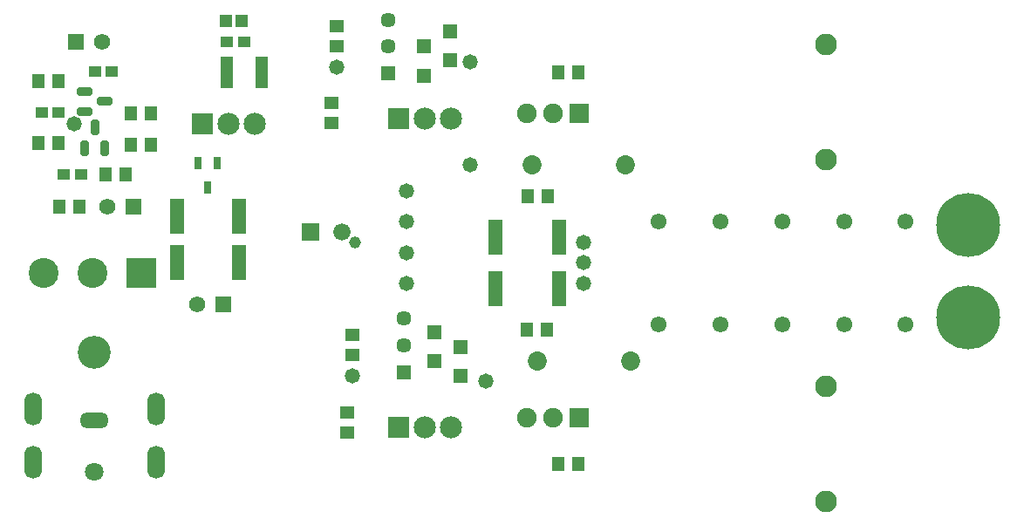
<source format=gbr>
%TF.GenerationSoftware,Altium Limited,Altium Designer,21.2.1 (34)*%
G04 Layer_Color=8388736*
%FSLAX26Y26*%
%MOIN*%
%TF.SameCoordinates,2E7F18B9-7671-40DC-A7DD-494BE6684AB2*%
%TF.FilePolarity,Negative*%
%TF.FileFunction,Soldermask,Top*%
%TF.Part,Single*%
G01*
G75*
%TA.AperFunction,SMDPad,CuDef*%
%ADD10R,0.049533X0.057564*%
%ADD12R,0.047500X0.041662*%
%ADD17R,0.053470X0.138039*%
%ADD19R,0.057564X0.049533*%
%TA.AperFunction,ComponentPad*%
%ADD31R,0.061811X0.061811*%
%ADD32C,0.061811*%
%ADD49R,0.084181X0.084181*%
%ADD50C,0.084181*%
%ADD51R,0.057213X0.057213*%
%ADD52C,0.057213*%
%ADD53C,0.244220*%
%ADD54C,0.061150*%
%ADD55C,0.114299*%
%ADD56R,0.114299X0.114299*%
%ADD57R,0.065843X0.065843*%
%ADD58C,0.065843*%
%ADD59C,0.046157*%
%ADD60R,0.074929X0.074929*%
%ADD61C,0.074929*%
%ADD62C,0.072961*%
%ADD63C,0.083000*%
%ADD64R,0.084378X0.084378*%
%ADD65C,0.084378*%
%ADD66C,0.070992*%
%ADD67O,0.067370X0.126740*%
%ADD68O,0.110992X0.059496*%
%ADD69C,0.126110*%
%TA.AperFunction,ViaPad*%
%ADD70C,0.058000*%
%TA.AperFunction,SMDPad,CuDef*%
G04:AMPARAMS|DCode=78|XSize=57.606mil|YSize=31.228mil|CornerRadius=6.904mil|HoleSize=0mil|Usage=FLASHONLY|Rotation=90.000|XOffset=0mil|YOffset=0mil|HoleType=Round|Shape=RoundedRectangle|*
%AMROUNDEDRECTD78*
21,1,0.057606,0.017421,0,0,90.0*
21,1,0.043799,0.031228,0,0,90.0*
1,1,0.013807,0.008711,0.021900*
1,1,0.013807,0.008711,-0.021900*
1,1,0.013807,-0.008711,-0.021900*
1,1,0.013807,-0.008711,0.021900*
%
%ADD78ROUNDEDRECTD78*%
G04:AMPARAMS|DCode=79|XSize=57.606mil|YSize=31.228mil|CornerRadius=6.904mil|HoleSize=0mil|Usage=FLASHONLY|Rotation=0.000|XOffset=0mil|YOffset=0mil|HoleType=Round|Shape=RoundedRectangle|*
%AMROUNDEDRECTD79*
21,1,0.057606,0.017421,0,0,0.0*
21,1,0.043799,0.031228,0,0,0.0*
1,1,0.013807,0.021900,-0.008711*
1,1,0.013807,-0.021900,-0.008711*
1,1,0.013807,-0.021900,0.008711*
1,1,0.013807,0.021900,0.008711*
%
%ADD79ROUNDEDRECTD79*%
%ADD80R,0.047764X0.118630*%
%ADD81R,0.049339X0.047370*%
%ADD82R,0.053276X0.136740*%
%ADD83R,0.055244X0.055244*%
%ADD84R,0.031622X0.045402*%
D10*
X413386Y1653543D02*
D03*
X490314D02*
D03*
X317918Y1422168D02*
D03*
X394847D02*
D03*
X138941Y1540278D02*
D03*
X62013D02*
D03*
X137130Y1776499D02*
D03*
X60201D02*
D03*
X413386Y1535433D02*
D03*
X490314D02*
D03*
X139607Y1299213D02*
D03*
X216535D02*
D03*
X2006062Y826772D02*
D03*
X1929134D02*
D03*
X2049056Y314961D02*
D03*
X2125984D02*
D03*
X1930945Y1338583D02*
D03*
X2007874D02*
D03*
X2047244Y1811024D02*
D03*
X2124173D02*
D03*
D12*
X223655Y1422168D02*
D03*
X158626D02*
D03*
X341765Y1815869D02*
D03*
X276737D02*
D03*
X138941Y1658388D02*
D03*
X73913D02*
D03*
X782402Y1929134D02*
D03*
X847430D02*
D03*
D17*
X1807008Y1181102D02*
D03*
X2051260D02*
D03*
X1807008Y984252D02*
D03*
X2051260D02*
D03*
D19*
X1240157Y510000D02*
D03*
Y433071D02*
D03*
X1259842Y730158D02*
D03*
Y807087D02*
D03*
X1181102Y1692913D02*
D03*
Y1615985D02*
D03*
X1200786Y1988189D02*
D03*
Y1911260D02*
D03*
D31*
X205905Y1929134D02*
D03*
X424016Y1299213D02*
D03*
X769291Y925197D02*
D03*
D32*
X305906Y1929134D02*
D03*
X324016Y1299213D02*
D03*
X669291Y925197D02*
D03*
D49*
X1437008Y1633858D02*
D03*
Y452756D02*
D03*
D50*
X1537008Y1633858D02*
D03*
X1637008D02*
D03*
Y452756D02*
D03*
X1537008D02*
D03*
D51*
X1397637Y1807087D02*
D03*
X1456692Y665354D02*
D03*
D52*
X1397637Y1909449D02*
D03*
Y2011811D02*
D03*
X1456692Y870079D02*
D03*
Y767717D02*
D03*
D53*
X3614173Y1227362D02*
D03*
Y873032D02*
D03*
D54*
X2431102Y1240158D02*
D03*
Y846457D02*
D03*
X2667323Y1240158D02*
D03*
Y846457D02*
D03*
X2903543Y1240158D02*
D03*
Y846457D02*
D03*
X3139764Y1240158D02*
D03*
Y846457D02*
D03*
X3375984Y1240158D02*
D03*
Y846457D02*
D03*
D55*
X267716Y1043307D02*
D03*
X82677D02*
D03*
D56*
X452756D02*
D03*
D57*
X1102361Y1200787D02*
D03*
D58*
X1220472D02*
D03*
D59*
X1270865Y1162205D02*
D03*
D60*
X2127559Y492126D02*
D03*
X2127558Y1653543D02*
D03*
D61*
X2027559Y492126D02*
D03*
X1927559D02*
D03*
X2027558Y1653543D02*
D03*
X1927558D02*
D03*
D62*
X2322835Y708661D02*
D03*
X1968504D02*
D03*
X1948819Y1456693D02*
D03*
X2303150D02*
D03*
D63*
X3070865Y610236D02*
D03*
Y170236D02*
D03*
Y1476378D02*
D03*
Y1916378D02*
D03*
D64*
X687402Y1614173D02*
D03*
D65*
X787402D02*
D03*
X887402D02*
D03*
D66*
X275591Y283465D02*
D03*
D67*
X509842Y525591D02*
D03*
Y320866D02*
D03*
X41339D02*
D03*
Y525591D02*
D03*
D68*
X275591Y480315D02*
D03*
D69*
Y742126D02*
D03*
D70*
X196850Y1614173D02*
D03*
X2145669Y1161417D02*
D03*
Y1082677D02*
D03*
Y1003937D02*
D03*
X1466693D02*
D03*
Y1122047D02*
D03*
Y1240158D02*
D03*
Y1358268D02*
D03*
X1259842Y649606D02*
D03*
X1771653Y629921D02*
D03*
X1712598Y1850394D02*
D03*
Y1456693D02*
D03*
X1200787Y1830709D02*
D03*
D78*
X276737Y1599333D02*
D03*
X314138Y1522168D02*
D03*
X239335D02*
D03*
D79*
X314532Y1699727D02*
D03*
X237367Y1662325D02*
D03*
Y1737129D02*
D03*
D80*
X913386Y1811024D02*
D03*
X779528D02*
D03*
D81*
X836614Y2007874D02*
D03*
X777559D02*
D03*
D82*
X589528Y1082677D02*
D03*
X826772D02*
D03*
X589528Y1259842D02*
D03*
X826772D02*
D03*
D83*
X1673227Y759843D02*
D03*
Y649606D02*
D03*
X1574802Y708662D02*
D03*
Y818898D02*
D03*
X1535432Y1799213D02*
D03*
Y1909449D02*
D03*
X1633857Y1858268D02*
D03*
Y1968504D02*
D03*
D84*
X746063Y1463583D02*
D03*
X671260D02*
D03*
X708661Y1371063D02*
D03*
%TF.MD5,63ea60569e2727415665661706a636d0*%
M02*

</source>
